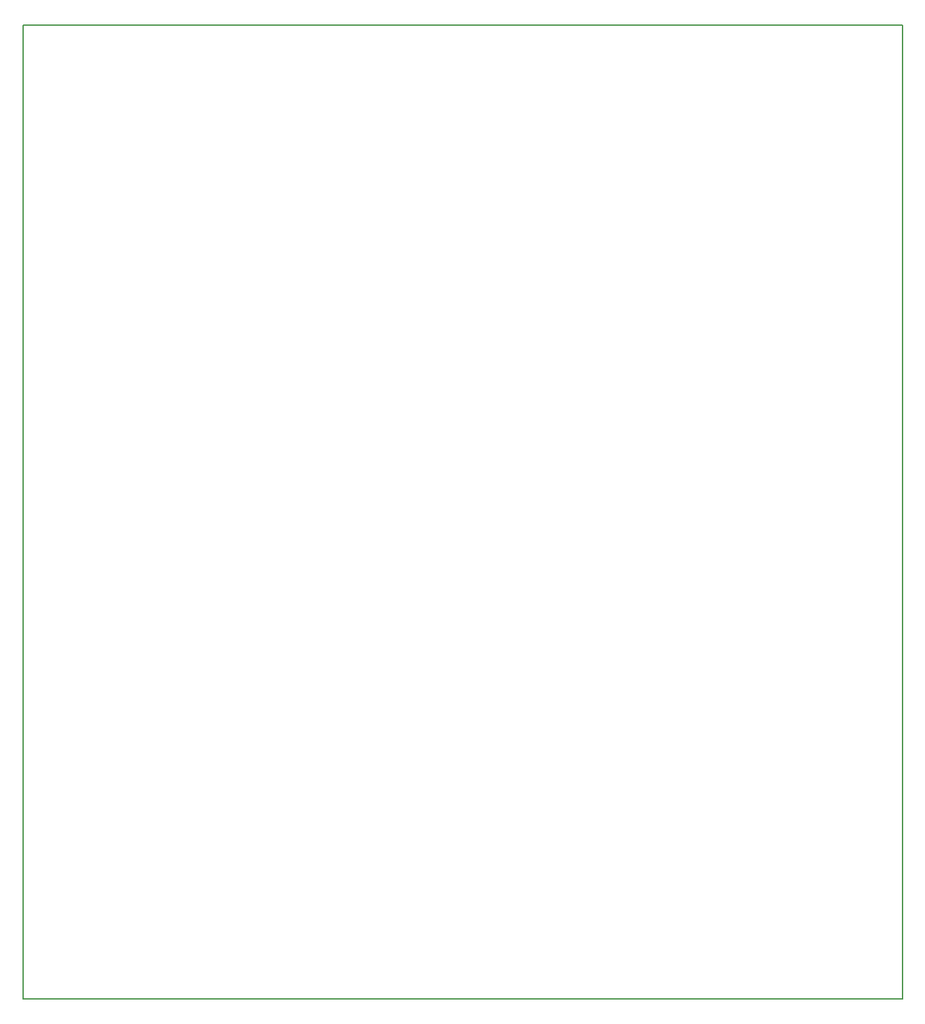
<source format=gm1>
G04 MADE WITH FRITZING*
G04 WWW.FRITZING.ORG*
G04 DOUBLE SIDED*
G04 HOLES PLATED*
G04 CONTOUR ON CENTER OF CONTOUR VECTOR*
%ASAXBY*%
%FSLAX23Y23*%
%MOIN*%
%OFA0B0*%
%SFA1.0B1.0*%
%ADD10R,4.448830X4.921270*%
%ADD11C,0.008000*%
%ADD10C,0.008*%
%LNCONTOUR*%
G90*
G70*
G54D10*
G54D11*
X4Y4917D02*
X4445Y4917D01*
X4445Y4D01*
X4Y4D01*
X4Y4917D01*
D02*
G04 End of contour*
M02*
</source>
